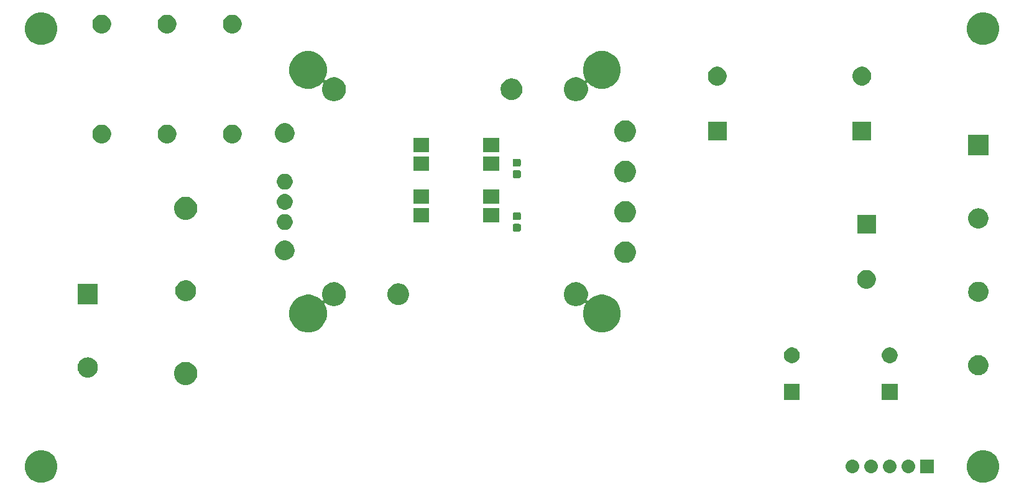
<source format=gbr>
G04 #@! TF.GenerationSoftware,KiCad,Pcbnew,(5.0.2)-1*
G04 #@! TF.CreationDate,2019-02-08T17:58:05-05:00*
G04 #@! TF.ProjectId,DC_DCBoard,44435f44-4342-46f6-9172-642e6b696361,rev?*
G04 #@! TF.SameCoordinates,Original*
G04 #@! TF.FileFunction,Soldermask,Bot*
G04 #@! TF.FilePolarity,Negative*
%FSLAX46Y46*%
G04 Gerber Fmt 4.6, Leading zero omitted, Abs format (unit mm)*
G04 Created by KiCad (PCBNEW (5.0.2)-1) date 2/8/2019 5:58:05 PM*
%MOMM*%
%LPD*%
G01*
G04 APERTURE LIST*
%ADD10C,0.100000*%
G04 APERTURE END LIST*
D10*
G36*
X190145466Y-129230974D02*
X190514359Y-129304351D01*
X190919501Y-129472167D01*
X191284120Y-129715797D01*
X191594203Y-130025880D01*
X191837833Y-130390499D01*
X192005649Y-130795641D01*
X192091200Y-131225738D01*
X192091200Y-131664262D01*
X192005649Y-132094359D01*
X191837833Y-132499501D01*
X191594203Y-132864120D01*
X191284120Y-133174203D01*
X190919501Y-133417833D01*
X190514359Y-133585649D01*
X190145466Y-133659026D01*
X190084263Y-133671200D01*
X189645737Y-133671200D01*
X189584534Y-133659026D01*
X189215641Y-133585649D01*
X188810499Y-133417833D01*
X188445880Y-133174203D01*
X188135797Y-132864120D01*
X187892167Y-132499501D01*
X187724351Y-132094359D01*
X187638800Y-131664262D01*
X187638800Y-131225738D01*
X187724351Y-130795641D01*
X187892167Y-130390499D01*
X188135797Y-130025880D01*
X188445880Y-129715797D01*
X188810499Y-129472167D01*
X189215641Y-129304351D01*
X189584534Y-129230974D01*
X189645737Y-129218800D01*
X190084263Y-129218800D01*
X190145466Y-129230974D01*
X190145466Y-129230974D01*
G37*
G36*
X61875466Y-129230974D02*
X62244359Y-129304351D01*
X62649501Y-129472167D01*
X63014120Y-129715797D01*
X63324203Y-130025880D01*
X63567833Y-130390499D01*
X63735649Y-130795641D01*
X63821200Y-131225738D01*
X63821200Y-131664262D01*
X63735649Y-132094359D01*
X63567833Y-132499501D01*
X63324203Y-132864120D01*
X63014120Y-133174203D01*
X62649501Y-133417833D01*
X62244359Y-133585649D01*
X61875466Y-133659026D01*
X61814263Y-133671200D01*
X61375737Y-133671200D01*
X61314534Y-133659026D01*
X60945641Y-133585649D01*
X60540499Y-133417833D01*
X60175880Y-133174203D01*
X59865797Y-132864120D01*
X59622167Y-132499501D01*
X59454351Y-132094359D01*
X59368800Y-131664262D01*
X59368800Y-131225738D01*
X59454351Y-130795641D01*
X59622167Y-130390499D01*
X59865797Y-130025880D01*
X60175880Y-129715797D01*
X60540499Y-129472167D01*
X60945641Y-129304351D01*
X61314534Y-129230974D01*
X61375737Y-129218800D01*
X61814263Y-129218800D01*
X61875466Y-129230974D01*
X61875466Y-129230974D01*
G37*
G36*
X183171200Y-132371200D02*
X181318800Y-132371200D01*
X181318800Y-130518800D01*
X183171200Y-130518800D01*
X183171200Y-132371200D01*
X183171200Y-132371200D01*
G37*
G36*
X179886563Y-130532201D02*
X179886566Y-130532202D01*
X179886567Y-130532202D01*
X180061156Y-130585163D01*
X180061158Y-130585164D01*
X180061161Y-130585165D01*
X180222059Y-130671166D01*
X180363091Y-130786909D01*
X180478834Y-130927941D01*
X180564835Y-131088839D01*
X180617799Y-131263437D01*
X180635681Y-131445000D01*
X180617799Y-131626563D01*
X180564835Y-131801161D01*
X180478834Y-131962059D01*
X180363091Y-132103091D01*
X180222059Y-132218834D01*
X180061161Y-132304835D01*
X180061158Y-132304836D01*
X180061156Y-132304837D01*
X179886567Y-132357798D01*
X179886566Y-132357798D01*
X179886563Y-132357799D01*
X179750500Y-132371200D01*
X179659500Y-132371200D01*
X179523437Y-132357799D01*
X179523434Y-132357798D01*
X179523433Y-132357798D01*
X179348844Y-132304837D01*
X179348842Y-132304836D01*
X179348839Y-132304835D01*
X179187941Y-132218834D01*
X179046909Y-132103091D01*
X178931166Y-131962059D01*
X178845165Y-131801161D01*
X178792201Y-131626563D01*
X178774319Y-131445000D01*
X178792201Y-131263437D01*
X178845165Y-131088839D01*
X178931166Y-130927941D01*
X179046909Y-130786909D01*
X179187941Y-130671166D01*
X179348839Y-130585165D01*
X179348842Y-130585164D01*
X179348844Y-130585163D01*
X179523433Y-130532202D01*
X179523434Y-130532202D01*
X179523437Y-130532201D01*
X179659500Y-130518800D01*
X179750500Y-130518800D01*
X179886563Y-130532201D01*
X179886563Y-130532201D01*
G37*
G36*
X174806563Y-130532201D02*
X174806566Y-130532202D01*
X174806567Y-130532202D01*
X174981156Y-130585163D01*
X174981158Y-130585164D01*
X174981161Y-130585165D01*
X175142059Y-130671166D01*
X175283091Y-130786909D01*
X175398834Y-130927941D01*
X175484835Y-131088839D01*
X175537799Y-131263437D01*
X175555681Y-131445000D01*
X175537799Y-131626563D01*
X175484835Y-131801161D01*
X175398834Y-131962059D01*
X175283091Y-132103091D01*
X175142059Y-132218834D01*
X174981161Y-132304835D01*
X174981158Y-132304836D01*
X174981156Y-132304837D01*
X174806567Y-132357798D01*
X174806566Y-132357798D01*
X174806563Y-132357799D01*
X174670500Y-132371200D01*
X174579500Y-132371200D01*
X174443437Y-132357799D01*
X174443434Y-132357798D01*
X174443433Y-132357798D01*
X174268844Y-132304837D01*
X174268842Y-132304836D01*
X174268839Y-132304835D01*
X174107941Y-132218834D01*
X173966909Y-132103091D01*
X173851166Y-131962059D01*
X173765165Y-131801161D01*
X173712201Y-131626563D01*
X173694319Y-131445000D01*
X173712201Y-131263437D01*
X173765165Y-131088839D01*
X173851166Y-130927941D01*
X173966909Y-130786909D01*
X174107941Y-130671166D01*
X174268839Y-130585165D01*
X174268842Y-130585164D01*
X174268844Y-130585163D01*
X174443433Y-130532202D01*
X174443434Y-130532202D01*
X174443437Y-130532201D01*
X174579500Y-130518800D01*
X174670500Y-130518800D01*
X174806563Y-130532201D01*
X174806563Y-130532201D01*
G37*
G36*
X172266563Y-130532201D02*
X172266566Y-130532202D01*
X172266567Y-130532202D01*
X172441156Y-130585163D01*
X172441158Y-130585164D01*
X172441161Y-130585165D01*
X172602059Y-130671166D01*
X172743091Y-130786909D01*
X172858834Y-130927941D01*
X172944835Y-131088839D01*
X172997799Y-131263437D01*
X173015681Y-131445000D01*
X172997799Y-131626563D01*
X172944835Y-131801161D01*
X172858834Y-131962059D01*
X172743091Y-132103091D01*
X172602059Y-132218834D01*
X172441161Y-132304835D01*
X172441158Y-132304836D01*
X172441156Y-132304837D01*
X172266567Y-132357798D01*
X172266566Y-132357798D01*
X172266563Y-132357799D01*
X172130500Y-132371200D01*
X172039500Y-132371200D01*
X171903437Y-132357799D01*
X171903434Y-132357798D01*
X171903433Y-132357798D01*
X171728844Y-132304837D01*
X171728842Y-132304836D01*
X171728839Y-132304835D01*
X171567941Y-132218834D01*
X171426909Y-132103091D01*
X171311166Y-131962059D01*
X171225165Y-131801161D01*
X171172201Y-131626563D01*
X171154319Y-131445000D01*
X171172201Y-131263437D01*
X171225165Y-131088839D01*
X171311166Y-130927941D01*
X171426909Y-130786909D01*
X171567941Y-130671166D01*
X171728839Y-130585165D01*
X171728842Y-130585164D01*
X171728844Y-130585163D01*
X171903433Y-130532202D01*
X171903434Y-130532202D01*
X171903437Y-130532201D01*
X172039500Y-130518800D01*
X172130500Y-130518800D01*
X172266563Y-130532201D01*
X172266563Y-130532201D01*
G37*
G36*
X177346563Y-130532201D02*
X177346566Y-130532202D01*
X177346567Y-130532202D01*
X177521156Y-130585163D01*
X177521158Y-130585164D01*
X177521161Y-130585165D01*
X177682059Y-130671166D01*
X177823091Y-130786909D01*
X177938834Y-130927941D01*
X178024835Y-131088839D01*
X178077799Y-131263437D01*
X178095681Y-131445000D01*
X178077799Y-131626563D01*
X178024835Y-131801161D01*
X177938834Y-131962059D01*
X177823091Y-132103091D01*
X177682059Y-132218834D01*
X177521161Y-132304835D01*
X177521158Y-132304836D01*
X177521156Y-132304837D01*
X177346567Y-132357798D01*
X177346566Y-132357798D01*
X177346563Y-132357799D01*
X177210500Y-132371200D01*
X177119500Y-132371200D01*
X176983437Y-132357799D01*
X176983434Y-132357798D01*
X176983433Y-132357798D01*
X176808844Y-132304837D01*
X176808842Y-132304836D01*
X176808839Y-132304835D01*
X176647941Y-132218834D01*
X176506909Y-132103091D01*
X176391166Y-131962059D01*
X176305165Y-131801161D01*
X176252201Y-131626563D01*
X176234319Y-131445000D01*
X176252201Y-131263437D01*
X176305165Y-131088839D01*
X176391166Y-130927941D01*
X176506909Y-130786909D01*
X176647941Y-130671166D01*
X176808839Y-130585165D01*
X176808842Y-130585164D01*
X176808844Y-130585163D01*
X176983433Y-130532202D01*
X176983434Y-130532202D01*
X176983437Y-130532201D01*
X177119500Y-130518800D01*
X177210500Y-130518800D01*
X177346563Y-130532201D01*
X177346563Y-130532201D01*
G37*
G36*
X178241200Y-122361200D02*
X176088800Y-122361200D01*
X176088800Y-120208800D01*
X178241200Y-120208800D01*
X178241200Y-122361200D01*
X178241200Y-122361200D01*
G37*
G36*
X164906200Y-122361200D02*
X162753800Y-122361200D01*
X162753800Y-120208800D01*
X164906200Y-120208800D01*
X164906200Y-122361200D01*
X164906200Y-122361200D01*
G37*
G36*
X81485765Y-117178850D02*
X81739761Y-117229372D01*
X82026611Y-117348189D01*
X82284769Y-117520685D01*
X82504315Y-117740231D01*
X82676811Y-117998389D01*
X82795628Y-118285239D01*
X82856200Y-118589758D01*
X82856200Y-118900242D01*
X82795628Y-119204761D01*
X82676811Y-119491611D01*
X82504315Y-119749769D01*
X82284769Y-119969315D01*
X82026611Y-120141811D01*
X81739761Y-120260628D01*
X81485765Y-120311150D01*
X81435243Y-120321200D01*
X81124757Y-120321200D01*
X81074235Y-120311150D01*
X80820239Y-120260628D01*
X80533389Y-120141811D01*
X80275231Y-119969315D01*
X80055685Y-119749769D01*
X79883189Y-119491611D01*
X79764372Y-119204761D01*
X79703800Y-118900242D01*
X79703800Y-118589758D01*
X79764372Y-118285239D01*
X79883189Y-117998389D01*
X80055685Y-117740231D01*
X80275231Y-117520685D01*
X80533389Y-117348189D01*
X80820239Y-117229372D01*
X81074235Y-117178850D01*
X81124757Y-117168800D01*
X81435243Y-117168800D01*
X81485765Y-117178850D01*
X81485765Y-117178850D01*
G37*
G36*
X68147014Y-116587021D02*
X68346423Y-116626686D01*
X68596875Y-116730427D01*
X68693175Y-116794773D01*
X68822279Y-116881038D01*
X69013962Y-117072721D01*
X69013964Y-117072724D01*
X69164573Y-117298125D01*
X69268314Y-117548577D01*
X69321200Y-117814456D01*
X69321200Y-118085544D01*
X69268314Y-118351423D01*
X69164573Y-118601875D01*
X69164572Y-118601876D01*
X69013962Y-118827279D01*
X68822279Y-119018962D01*
X68822276Y-119018964D01*
X68596875Y-119169573D01*
X68346423Y-119273314D01*
X68147014Y-119312978D01*
X68080545Y-119326200D01*
X67809455Y-119326200D01*
X67742986Y-119312978D01*
X67543577Y-119273314D01*
X67293125Y-119169573D01*
X67067724Y-119018964D01*
X67067721Y-119018962D01*
X66876038Y-118827279D01*
X66725428Y-118601876D01*
X66725427Y-118601875D01*
X66621686Y-118351423D01*
X66568800Y-118085544D01*
X66568800Y-117814456D01*
X66621686Y-117548577D01*
X66725427Y-117298125D01*
X66876036Y-117072724D01*
X66876038Y-117072721D01*
X67067721Y-116881038D01*
X67196825Y-116794773D01*
X67293125Y-116730427D01*
X67543577Y-116626686D01*
X67742986Y-116587021D01*
X67809455Y-116573800D01*
X68080545Y-116573800D01*
X68147014Y-116587021D01*
X68147014Y-116587021D01*
G37*
G36*
X189432014Y-116267021D02*
X189631423Y-116306686D01*
X189881875Y-116410427D01*
X189881876Y-116410428D01*
X190107279Y-116561038D01*
X190298962Y-116752721D01*
X190298964Y-116752724D01*
X190449573Y-116978125D01*
X190553314Y-117228577D01*
X190606200Y-117494456D01*
X190606200Y-117765544D01*
X190553314Y-118031423D01*
X190449573Y-118281875D01*
X190449572Y-118281876D01*
X190298962Y-118507279D01*
X190107279Y-118698962D01*
X190107276Y-118698964D01*
X189881875Y-118849573D01*
X189631423Y-118953314D01*
X189432014Y-118992979D01*
X189365545Y-119006200D01*
X189094455Y-119006200D01*
X189027986Y-118992979D01*
X188828577Y-118953314D01*
X188578125Y-118849573D01*
X188352724Y-118698964D01*
X188352721Y-118698962D01*
X188161038Y-118507279D01*
X188010428Y-118281876D01*
X188010427Y-118281875D01*
X187906686Y-118031423D01*
X187853800Y-117765544D01*
X187853800Y-117494456D01*
X187906686Y-117228577D01*
X188010427Y-116978125D01*
X188161036Y-116752724D01*
X188161038Y-116752721D01*
X188352721Y-116561038D01*
X188578124Y-116410428D01*
X188578125Y-116410427D01*
X188828577Y-116306686D01*
X189027986Y-116267021D01*
X189094455Y-116253800D01*
X189365545Y-116253800D01*
X189432014Y-116267021D01*
X189432014Y-116267021D01*
G37*
G36*
X177478916Y-115250158D02*
X177674773Y-115331284D01*
X177851038Y-115449061D01*
X178000939Y-115598962D01*
X178118716Y-115775227D01*
X178199842Y-115971084D01*
X178241200Y-116179003D01*
X178241200Y-116390997D01*
X178199842Y-116598916D01*
X178118716Y-116794773D01*
X178000939Y-116971038D01*
X177851038Y-117120939D01*
X177674773Y-117238716D01*
X177478916Y-117319842D01*
X177270997Y-117361200D01*
X177059003Y-117361200D01*
X176851084Y-117319842D01*
X176655227Y-117238716D01*
X176478962Y-117120939D01*
X176329061Y-116971038D01*
X176211284Y-116794773D01*
X176130158Y-116598916D01*
X176088800Y-116390997D01*
X176088800Y-116179003D01*
X176130158Y-115971084D01*
X176211284Y-115775227D01*
X176329061Y-115598962D01*
X176478962Y-115449061D01*
X176655227Y-115331284D01*
X176851084Y-115250158D01*
X177059003Y-115208800D01*
X177270997Y-115208800D01*
X177478916Y-115250158D01*
X177478916Y-115250158D01*
G37*
G36*
X164143916Y-115250158D02*
X164339773Y-115331284D01*
X164516038Y-115449061D01*
X164665939Y-115598962D01*
X164783716Y-115775227D01*
X164864842Y-115971084D01*
X164906200Y-116179003D01*
X164906200Y-116390997D01*
X164864842Y-116598916D01*
X164783716Y-116794773D01*
X164665939Y-116971038D01*
X164516038Y-117120939D01*
X164339773Y-117238716D01*
X164143916Y-117319842D01*
X163935997Y-117361200D01*
X163724003Y-117361200D01*
X163516084Y-117319842D01*
X163320227Y-117238716D01*
X163143962Y-117120939D01*
X162994061Y-116971038D01*
X162876284Y-116794773D01*
X162795158Y-116598916D01*
X162753800Y-116390997D01*
X162753800Y-116179003D01*
X162795158Y-115971084D01*
X162876284Y-115775227D01*
X162994061Y-115598962D01*
X163143962Y-115449061D01*
X163320227Y-115331284D01*
X163516084Y-115250158D01*
X163724003Y-115208800D01*
X163935997Y-115208800D01*
X164143916Y-115250158D01*
X164143916Y-115250158D01*
G37*
G36*
X134742256Y-106355047D02*
X134899345Y-106386294D01*
X134957609Y-106410428D01*
X135195293Y-106508880D01*
X135461645Y-106686850D01*
X135688150Y-106913355D01*
X135866120Y-107179707D01*
X135937929Y-107353069D01*
X135988706Y-107475655D01*
X135992446Y-107494456D01*
X136051200Y-107789832D01*
X136051200Y-108110168D01*
X135988706Y-108424344D01*
X135885732Y-108672946D01*
X135878619Y-108696395D01*
X135876217Y-108720781D01*
X135878619Y-108745167D01*
X135885732Y-108768616D01*
X135897283Y-108790227D01*
X135912829Y-108809169D01*
X135931771Y-108824715D01*
X135953382Y-108836266D01*
X135976831Y-108843379D01*
X136001217Y-108845781D01*
X136025603Y-108843379D01*
X136049052Y-108836266D01*
X136070663Y-108824715D01*
X136089605Y-108809169D01*
X136315956Y-108582818D01*
X136737080Y-108301432D01*
X136737081Y-108301431D01*
X137205009Y-108107609D01*
X137701757Y-108008800D01*
X138208243Y-108008800D01*
X138704991Y-108107609D01*
X139172919Y-108301431D01*
X139172920Y-108301432D01*
X139594044Y-108582818D01*
X139952182Y-108940956D01*
X140139773Y-109221705D01*
X140233569Y-109362081D01*
X140427391Y-109830009D01*
X140526200Y-110326757D01*
X140526200Y-110833243D01*
X140427391Y-111329991D01*
X140233569Y-111797919D01*
X140233568Y-111797920D01*
X139952182Y-112219044D01*
X139594044Y-112577182D01*
X139313295Y-112764773D01*
X139172919Y-112858569D01*
X138704991Y-113052391D01*
X138208243Y-113151200D01*
X137701757Y-113151200D01*
X137205009Y-113052391D01*
X136737081Y-112858569D01*
X136596705Y-112764773D01*
X136315956Y-112577182D01*
X135957818Y-112219044D01*
X135676432Y-111797920D01*
X135676431Y-111797919D01*
X135482609Y-111329991D01*
X135383800Y-110833243D01*
X135383800Y-110326757D01*
X135482609Y-109830009D01*
X135676431Y-109362081D01*
X135703738Y-109321213D01*
X135715289Y-109299603D01*
X135722402Y-109276153D01*
X135724804Y-109251767D01*
X135722402Y-109227381D01*
X135715289Y-109203932D01*
X135703738Y-109182321D01*
X135688192Y-109163379D01*
X135669250Y-109147833D01*
X135647640Y-109136282D01*
X135624190Y-109129169D01*
X135599804Y-109126767D01*
X135575418Y-109129169D01*
X135551969Y-109136282D01*
X135530358Y-109147833D01*
X135511416Y-109163379D01*
X135461645Y-109213150D01*
X135195293Y-109391120D01*
X135122673Y-109421200D01*
X134899345Y-109513706D01*
X134742256Y-109544953D01*
X134585168Y-109576200D01*
X134264832Y-109576200D01*
X134107744Y-109544953D01*
X133950655Y-109513706D01*
X133727327Y-109421200D01*
X133654707Y-109391120D01*
X133388355Y-109213150D01*
X133161850Y-108986645D01*
X132983880Y-108720293D01*
X132895647Y-108507279D01*
X132861294Y-108424345D01*
X132810813Y-108170559D01*
X132798800Y-108110168D01*
X132798800Y-107789832D01*
X132857554Y-107494456D01*
X132861294Y-107475655D01*
X132912071Y-107353069D01*
X132983880Y-107179707D01*
X133161850Y-106913355D01*
X133388355Y-106686850D01*
X133654707Y-106508880D01*
X133892391Y-106410428D01*
X133950655Y-106386294D01*
X134107744Y-106355047D01*
X134264832Y-106323800D01*
X134585168Y-106323800D01*
X134742256Y-106355047D01*
X134742256Y-106355047D01*
G37*
G36*
X101802256Y-106355047D02*
X101959345Y-106386294D01*
X102017609Y-106410428D01*
X102255293Y-106508880D01*
X102521645Y-106686850D01*
X102748150Y-106913355D01*
X102926120Y-107179707D01*
X102997929Y-107353069D01*
X103048706Y-107475655D01*
X103052446Y-107494456D01*
X103111200Y-107789832D01*
X103111200Y-108110168D01*
X103099187Y-108170559D01*
X103048706Y-108424345D01*
X103014353Y-108507279D01*
X102926120Y-108720293D01*
X102748150Y-108986645D01*
X102521645Y-109213150D01*
X102255293Y-109391120D01*
X102182673Y-109421200D01*
X101959345Y-109513706D01*
X101802256Y-109544953D01*
X101645168Y-109576200D01*
X101324832Y-109576200D01*
X101167744Y-109544953D01*
X101010655Y-109513706D01*
X100787327Y-109421200D01*
X100714707Y-109391120D01*
X100448355Y-109213150D01*
X100398584Y-109163379D01*
X100379642Y-109147833D01*
X100358031Y-109136282D01*
X100334582Y-109129169D01*
X100310196Y-109126767D01*
X100285810Y-109129169D01*
X100262361Y-109136282D01*
X100240750Y-109147833D01*
X100221808Y-109163379D01*
X100206262Y-109182321D01*
X100194711Y-109203932D01*
X100187598Y-109227381D01*
X100185196Y-109251767D01*
X100187598Y-109276153D01*
X100194711Y-109299602D01*
X100206262Y-109321213D01*
X100233569Y-109362081D01*
X100427391Y-109830009D01*
X100526200Y-110326757D01*
X100526200Y-110833243D01*
X100427391Y-111329991D01*
X100233569Y-111797919D01*
X100233568Y-111797920D01*
X99952182Y-112219044D01*
X99594044Y-112577182D01*
X99313295Y-112764773D01*
X99172919Y-112858569D01*
X98704991Y-113052391D01*
X98208243Y-113151200D01*
X97701757Y-113151200D01*
X97205009Y-113052391D01*
X96737081Y-112858569D01*
X96596705Y-112764773D01*
X96315956Y-112577182D01*
X95957818Y-112219044D01*
X95676432Y-111797920D01*
X95676431Y-111797919D01*
X95482609Y-111329991D01*
X95383800Y-110833243D01*
X95383800Y-110326757D01*
X95482609Y-109830009D01*
X95676431Y-109362081D01*
X95770227Y-109221705D01*
X95957818Y-108940956D01*
X96315956Y-108582818D01*
X96737080Y-108301432D01*
X96737081Y-108301431D01*
X97205009Y-108107609D01*
X97701757Y-108008800D01*
X98208243Y-108008800D01*
X98704991Y-108107609D01*
X99172919Y-108301431D01*
X99172920Y-108301432D01*
X99594044Y-108582818D01*
X99820395Y-108809169D01*
X99839337Y-108824715D01*
X99860948Y-108836266D01*
X99884397Y-108843379D01*
X99908783Y-108845781D01*
X99933169Y-108843379D01*
X99956618Y-108836266D01*
X99978229Y-108824715D01*
X99997171Y-108809169D01*
X100012717Y-108790227D01*
X100024268Y-108768616D01*
X100031381Y-108745167D01*
X100033783Y-108720781D01*
X100031381Y-108696395D01*
X100024268Y-108672946D01*
X99921294Y-108424344D01*
X99858800Y-108110168D01*
X99858800Y-107789832D01*
X99917554Y-107494456D01*
X99921294Y-107475655D01*
X99972071Y-107353069D01*
X100043880Y-107179707D01*
X100221850Y-106913355D01*
X100448355Y-106686850D01*
X100714707Y-106508880D01*
X100952391Y-106410428D01*
X101010655Y-106386294D01*
X101167744Y-106355047D01*
X101324832Y-106323800D01*
X101645168Y-106323800D01*
X101802256Y-106355047D01*
X101802256Y-106355047D01*
G37*
G36*
X110532017Y-106507069D02*
X110674133Y-106535337D01*
X110941875Y-106646239D01*
X111182836Y-106807244D01*
X111387756Y-107012164D01*
X111548761Y-107253125D01*
X111648723Y-107494456D01*
X111659663Y-107520868D01*
X111716200Y-107805098D01*
X111716200Y-108094902D01*
X111713163Y-108110168D01*
X111659663Y-108379133D01*
X111548761Y-108646875D01*
X111387756Y-108887836D01*
X111182836Y-109092756D01*
X110941875Y-109253761D01*
X110674133Y-109364663D01*
X110541129Y-109391119D01*
X110389902Y-109421200D01*
X110100098Y-109421200D01*
X109948871Y-109391119D01*
X109815867Y-109364663D01*
X109548125Y-109253761D01*
X109307164Y-109092756D01*
X109102244Y-108887836D01*
X108941239Y-108646875D01*
X108830337Y-108379133D01*
X108776837Y-108110168D01*
X108773800Y-108094902D01*
X108773800Y-107805098D01*
X108830337Y-107520868D01*
X108841277Y-107494456D01*
X108941239Y-107253125D01*
X109102244Y-107012164D01*
X109307164Y-106807244D01*
X109548125Y-106646239D01*
X109815867Y-106535337D01*
X109957983Y-106507069D01*
X110100098Y-106478800D01*
X110389902Y-106478800D01*
X110532017Y-106507069D01*
X110532017Y-106507069D01*
G37*
G36*
X69321200Y-109326200D02*
X66568800Y-109326200D01*
X66568800Y-106573800D01*
X69321200Y-106573800D01*
X69321200Y-109326200D01*
X69321200Y-109326200D01*
G37*
G36*
X189432014Y-106267021D02*
X189631423Y-106306686D01*
X189881875Y-106410427D01*
X189881876Y-106410428D01*
X190107279Y-106561038D01*
X190298962Y-106752721D01*
X190298964Y-106752724D01*
X190449573Y-106978125D01*
X190553314Y-107228577D01*
X190592979Y-107427986D01*
X190602461Y-107475656D01*
X190606200Y-107494456D01*
X190606200Y-107765544D01*
X190553314Y-108031423D01*
X190449573Y-108281875D01*
X190384587Y-108379133D01*
X190298962Y-108507279D01*
X190107279Y-108698962D01*
X190107276Y-108698964D01*
X189881875Y-108849573D01*
X189631423Y-108953314D01*
X189432014Y-108992979D01*
X189365545Y-109006200D01*
X189094455Y-109006200D01*
X189027986Y-108992979D01*
X188828577Y-108953314D01*
X188578125Y-108849573D01*
X188352724Y-108698964D01*
X188352721Y-108698962D01*
X188161038Y-108507279D01*
X188075413Y-108379133D01*
X188010427Y-108281875D01*
X187906686Y-108031423D01*
X187853800Y-107765544D01*
X187853800Y-107494456D01*
X187857540Y-107475656D01*
X187867021Y-107427986D01*
X187906686Y-107228577D01*
X188010427Y-106978125D01*
X188161036Y-106752724D01*
X188161038Y-106752721D01*
X188352721Y-106561038D01*
X188578124Y-106410428D01*
X188578125Y-106410427D01*
X188828577Y-106306686D01*
X189027986Y-106267021D01*
X189094455Y-106253800D01*
X189365545Y-106253800D01*
X189432014Y-106267021D01*
X189432014Y-106267021D01*
G37*
G36*
X81696006Y-106123607D02*
X81955558Y-106231117D01*
X82189153Y-106387200D01*
X82387800Y-106585847D01*
X82543883Y-106819442D01*
X82651393Y-107078994D01*
X82706200Y-107354530D01*
X82706200Y-107635470D01*
X82651393Y-107911006D01*
X82543883Y-108170558D01*
X82387800Y-108404153D01*
X82189153Y-108602800D01*
X81955558Y-108758883D01*
X81696006Y-108866393D01*
X81420470Y-108921200D01*
X81139530Y-108921200D01*
X80863994Y-108866393D01*
X80604442Y-108758883D01*
X80370847Y-108602800D01*
X80172200Y-108404153D01*
X80016117Y-108170558D01*
X79908607Y-107911006D01*
X79853800Y-107635470D01*
X79853800Y-107354530D01*
X79908607Y-107078994D01*
X80016117Y-106819442D01*
X80172200Y-106585847D01*
X80370847Y-106387200D01*
X80604442Y-106231117D01*
X80863994Y-106123607D01*
X81139530Y-106068800D01*
X81420470Y-106068800D01*
X81696006Y-106123607D01*
X81696006Y-106123607D01*
G37*
G36*
X174362254Y-104697843D02*
X174594506Y-104794045D01*
X174803532Y-104933712D01*
X174981288Y-105111468D01*
X175120955Y-105320494D01*
X175217157Y-105552746D01*
X175266200Y-105799304D01*
X175266200Y-106050696D01*
X175217157Y-106297254D01*
X175120955Y-106529506D01*
X174981288Y-106738532D01*
X174803532Y-106916288D01*
X174594506Y-107055955D01*
X174362254Y-107152157D01*
X174115696Y-107201200D01*
X173864304Y-107201200D01*
X173617746Y-107152157D01*
X173385494Y-107055955D01*
X173176468Y-106916288D01*
X172998712Y-106738532D01*
X172859045Y-106529506D01*
X172762843Y-106297254D01*
X172713800Y-106050696D01*
X172713800Y-105799304D01*
X172762843Y-105552746D01*
X172859045Y-105320494D01*
X172998712Y-105111468D01*
X173176468Y-104933712D01*
X173385494Y-104794045D01*
X173617746Y-104697843D01*
X173864304Y-104648800D01*
X174115696Y-104648800D01*
X174362254Y-104697843D01*
X174362254Y-104697843D01*
G37*
G36*
X141432017Y-100787068D02*
X141574133Y-100815337D01*
X141841875Y-100926239D01*
X142082836Y-101087244D01*
X142287756Y-101292164D01*
X142448761Y-101533125D01*
X142559663Y-101800867D01*
X142616200Y-102085099D01*
X142616200Y-102374901D01*
X142559663Y-102659133D01*
X142448761Y-102926875D01*
X142287756Y-103167836D01*
X142082836Y-103372756D01*
X141841875Y-103533761D01*
X141574133Y-103644663D01*
X141432017Y-103672931D01*
X141289902Y-103701200D01*
X141000098Y-103701200D01*
X140857983Y-103672931D01*
X140715867Y-103644663D01*
X140448125Y-103533761D01*
X140207164Y-103372756D01*
X140002244Y-103167836D01*
X139841239Y-102926875D01*
X139730337Y-102659133D01*
X139673800Y-102374901D01*
X139673800Y-102085099D01*
X139730337Y-101800867D01*
X139841239Y-101533125D01*
X140002244Y-101292164D01*
X140207164Y-101087244D01*
X140448125Y-100926239D01*
X140715867Y-100815337D01*
X140857983Y-100787068D01*
X141000098Y-100758800D01*
X141289902Y-100758800D01*
X141432017Y-100787068D01*
X141432017Y-100787068D01*
G37*
G36*
X95156214Y-100690342D02*
X95400296Y-100791444D01*
X95619968Y-100938224D01*
X95806776Y-101125032D01*
X95953556Y-101344704D01*
X96054658Y-101588786D01*
X96106200Y-101847903D01*
X96106200Y-102112097D01*
X96054658Y-102371214D01*
X95953556Y-102615296D01*
X95806776Y-102834968D01*
X95619968Y-103021776D01*
X95400296Y-103168556D01*
X95156214Y-103269658D01*
X94897097Y-103321200D01*
X94632903Y-103321200D01*
X94373786Y-103269658D01*
X94129704Y-103168556D01*
X93910032Y-103021776D01*
X93723224Y-102834968D01*
X93576444Y-102615296D01*
X93475342Y-102371214D01*
X93423800Y-102112097D01*
X93423800Y-101847903D01*
X93475342Y-101588786D01*
X93576444Y-101344704D01*
X93723224Y-101125032D01*
X93910032Y-100938224D01*
X94129704Y-100791444D01*
X94373786Y-100690342D01*
X94632903Y-100638800D01*
X94897097Y-100638800D01*
X95156214Y-100690342D01*
X95156214Y-100690342D01*
G37*
G36*
X175266200Y-99701200D02*
X172713800Y-99701200D01*
X172713800Y-97148800D01*
X175266200Y-97148800D01*
X175266200Y-99701200D01*
X175266200Y-99701200D01*
G37*
G36*
X126759649Y-98373127D02*
X126795991Y-98384152D01*
X126829490Y-98402058D01*
X126858849Y-98426151D01*
X126882942Y-98455510D01*
X126900848Y-98489009D01*
X126911873Y-98525351D01*
X126916200Y-98569290D01*
X126916200Y-99195710D01*
X126911873Y-99239649D01*
X126900848Y-99275991D01*
X126882942Y-99309490D01*
X126858849Y-99338849D01*
X126829490Y-99362942D01*
X126795991Y-99380848D01*
X126759649Y-99391873D01*
X126715710Y-99396200D01*
X126014290Y-99396200D01*
X125970351Y-99391873D01*
X125934009Y-99380848D01*
X125900510Y-99362942D01*
X125871151Y-99338849D01*
X125847058Y-99309490D01*
X125829152Y-99275991D01*
X125818127Y-99239649D01*
X125813800Y-99195710D01*
X125813800Y-98569290D01*
X125818127Y-98525351D01*
X125829152Y-98489009D01*
X125847058Y-98455510D01*
X125871151Y-98426151D01*
X125900510Y-98402058D01*
X125934009Y-98384152D01*
X125970351Y-98373127D01*
X126014290Y-98368800D01*
X126715710Y-98368800D01*
X126759649Y-98373127D01*
X126759649Y-98373127D01*
G37*
G36*
X94955922Y-97040497D02*
X95081833Y-97065542D01*
X95279509Y-97147422D01*
X95457412Y-97266293D01*
X95608707Y-97417588D01*
X95727578Y-97595491D01*
X95809458Y-97793167D01*
X95851200Y-98003019D01*
X95851200Y-98216981D01*
X95809458Y-98426833D01*
X95727578Y-98624509D01*
X95608707Y-98802412D01*
X95457412Y-98953707D01*
X95279509Y-99072578D01*
X95081833Y-99154458D01*
X94955922Y-99179503D01*
X94871983Y-99196200D01*
X94658017Y-99196200D01*
X94574078Y-99179503D01*
X94448167Y-99154458D01*
X94250491Y-99072578D01*
X94072588Y-98953707D01*
X93921293Y-98802412D01*
X93802422Y-98624509D01*
X93720542Y-98426833D01*
X93678800Y-98216981D01*
X93678800Y-98003019D01*
X93720542Y-97793167D01*
X93802422Y-97595491D01*
X93921293Y-97417588D01*
X94072588Y-97266293D01*
X94250491Y-97147422D01*
X94448167Y-97065542D01*
X94574078Y-97040497D01*
X94658017Y-97023800D01*
X94871983Y-97023800D01*
X94955922Y-97040497D01*
X94955922Y-97040497D01*
G37*
G36*
X189432014Y-96267021D02*
X189631423Y-96306686D01*
X189881875Y-96410427D01*
X190104232Y-96559002D01*
X190107279Y-96561038D01*
X190298962Y-96752721D01*
X190298964Y-96752724D01*
X190449573Y-96978125D01*
X190553314Y-97228577D01*
X190606200Y-97494456D01*
X190606200Y-97765544D01*
X190553314Y-98031423D01*
X190449573Y-98281875D01*
X190341224Y-98444030D01*
X190298962Y-98507279D01*
X190107279Y-98698962D01*
X190107276Y-98698964D01*
X189881875Y-98849573D01*
X189631423Y-98953314D01*
X189432014Y-98992978D01*
X189365545Y-99006200D01*
X189094455Y-99006200D01*
X189027986Y-98992979D01*
X188828577Y-98953314D01*
X188578125Y-98849573D01*
X188352724Y-98698964D01*
X188352721Y-98698962D01*
X188161038Y-98507279D01*
X188118776Y-98444030D01*
X188010427Y-98281875D01*
X187906686Y-98031423D01*
X187853800Y-97765544D01*
X187853800Y-97494456D01*
X187906686Y-97228577D01*
X188010427Y-96978125D01*
X188161036Y-96752724D01*
X188161038Y-96752721D01*
X188352721Y-96561038D01*
X188355768Y-96559002D01*
X188578125Y-96410427D01*
X188828577Y-96306686D01*
X189027986Y-96267022D01*
X189094455Y-96253800D01*
X189365545Y-96253800D01*
X189432014Y-96267021D01*
X189432014Y-96267021D01*
G37*
G36*
X141432017Y-95287068D02*
X141574133Y-95315337D01*
X141841875Y-95426239D01*
X142082836Y-95587244D01*
X142287756Y-95792164D01*
X142448761Y-96033125D01*
X142559663Y-96300867D01*
X142616200Y-96585099D01*
X142616200Y-96874901D01*
X142559663Y-97159133D01*
X142448761Y-97426875D01*
X142287756Y-97667836D01*
X142082836Y-97872756D01*
X141841875Y-98033761D01*
X141574133Y-98144663D01*
X141432017Y-98172932D01*
X141289902Y-98201200D01*
X141000098Y-98201200D01*
X140857983Y-98172932D01*
X140715867Y-98144663D01*
X140448125Y-98033761D01*
X140207164Y-97872756D01*
X140002244Y-97667836D01*
X139841239Y-97426875D01*
X139730337Y-97159133D01*
X139673800Y-96874901D01*
X139673800Y-96585099D01*
X139730337Y-96300867D01*
X139841239Y-96033125D01*
X140002244Y-95792164D01*
X140207164Y-95587244D01*
X140448125Y-95426239D01*
X140715867Y-95315337D01*
X140857983Y-95287069D01*
X141000098Y-95258800D01*
X141289902Y-95258800D01*
X141432017Y-95287068D01*
X141432017Y-95287068D01*
G37*
G36*
X123951200Y-98121200D02*
X121798800Y-98121200D01*
X121798800Y-96188800D01*
X123951200Y-96188800D01*
X123951200Y-98121200D01*
X123951200Y-98121200D01*
G37*
G36*
X114421200Y-98121200D02*
X112268800Y-98121200D01*
X112268800Y-96188800D01*
X114421200Y-96188800D01*
X114421200Y-98121200D01*
X114421200Y-98121200D01*
G37*
G36*
X81485765Y-94678850D02*
X81739761Y-94729372D01*
X82026611Y-94848189D01*
X82284769Y-95020685D01*
X82504315Y-95240231D01*
X82676811Y-95498389D01*
X82795628Y-95785239D01*
X82846150Y-96039235D01*
X82856200Y-96089757D01*
X82856200Y-96400243D01*
X82854174Y-96410427D01*
X82795628Y-96704761D01*
X82676811Y-96991611D01*
X82504315Y-97249769D01*
X82284769Y-97469315D01*
X82026611Y-97641811D01*
X81739761Y-97760628D01*
X81512422Y-97805848D01*
X81435243Y-97821200D01*
X81124757Y-97821200D01*
X81047578Y-97805848D01*
X80820239Y-97760628D01*
X80533389Y-97641811D01*
X80275231Y-97469315D01*
X80055685Y-97249769D01*
X79883189Y-96991611D01*
X79764372Y-96704761D01*
X79705826Y-96410427D01*
X79703800Y-96400243D01*
X79703800Y-96089757D01*
X79713850Y-96039235D01*
X79764372Y-95785239D01*
X79883189Y-95498389D01*
X80055685Y-95240231D01*
X80275231Y-95020685D01*
X80533389Y-94848189D01*
X80820239Y-94729372D01*
X81074235Y-94678850D01*
X81124757Y-94668800D01*
X81435243Y-94668800D01*
X81485765Y-94678850D01*
X81485765Y-94678850D01*
G37*
G36*
X126759649Y-96798127D02*
X126795991Y-96809152D01*
X126829490Y-96827058D01*
X126858849Y-96851151D01*
X126882942Y-96880510D01*
X126900848Y-96914009D01*
X126911873Y-96950351D01*
X126916200Y-96994290D01*
X126916200Y-97620710D01*
X126911873Y-97664649D01*
X126900848Y-97700991D01*
X126882942Y-97734490D01*
X126858849Y-97763849D01*
X126829490Y-97787942D01*
X126795991Y-97805848D01*
X126759649Y-97816873D01*
X126715710Y-97821200D01*
X126014290Y-97821200D01*
X125970351Y-97816873D01*
X125934009Y-97805848D01*
X125900510Y-97787942D01*
X125871151Y-97763849D01*
X125847058Y-97734490D01*
X125829152Y-97700991D01*
X125818127Y-97664649D01*
X125813800Y-97620710D01*
X125813800Y-96994290D01*
X125818127Y-96950351D01*
X125829152Y-96914009D01*
X125847058Y-96880510D01*
X125871151Y-96851151D01*
X125900510Y-96827058D01*
X125934009Y-96809152D01*
X125970351Y-96798127D01*
X126014290Y-96793800D01*
X126715710Y-96793800D01*
X126759649Y-96798127D01*
X126759649Y-96798127D01*
G37*
G36*
X94955922Y-94290497D02*
X95081833Y-94315542D01*
X95279509Y-94397422D01*
X95457412Y-94516293D01*
X95608707Y-94667588D01*
X95727578Y-94845491D01*
X95809458Y-95043167D01*
X95834503Y-95169078D01*
X95848657Y-95240231D01*
X95851200Y-95253019D01*
X95851200Y-95466981D01*
X95809458Y-95676833D01*
X95727578Y-95874509D01*
X95608707Y-96052412D01*
X95457412Y-96203707D01*
X95279509Y-96322578D01*
X95081833Y-96404458D01*
X94955922Y-96429503D01*
X94871983Y-96446200D01*
X94658017Y-96446200D01*
X94574078Y-96429503D01*
X94448167Y-96404458D01*
X94250491Y-96322578D01*
X94072588Y-96203707D01*
X93921293Y-96052412D01*
X93802422Y-95874509D01*
X93720542Y-95676833D01*
X93678800Y-95466981D01*
X93678800Y-95253019D01*
X93681344Y-95240231D01*
X93695497Y-95169078D01*
X93720542Y-95043167D01*
X93802422Y-94845491D01*
X93921293Y-94667588D01*
X94072588Y-94516293D01*
X94250491Y-94397422D01*
X94448167Y-94315542D01*
X94574078Y-94290497D01*
X94658017Y-94273800D01*
X94871983Y-94273800D01*
X94955922Y-94290497D01*
X94955922Y-94290497D01*
G37*
G36*
X114421200Y-95581200D02*
X112268800Y-95581200D01*
X112268800Y-93648800D01*
X114421200Y-93648800D01*
X114421200Y-95581200D01*
X114421200Y-95581200D01*
G37*
G36*
X123951200Y-95581200D02*
X121798800Y-95581200D01*
X121798800Y-93648800D01*
X123951200Y-93648800D01*
X123951200Y-95581200D01*
X123951200Y-95581200D01*
G37*
G36*
X94955922Y-91530497D02*
X95081833Y-91555542D01*
X95279509Y-91637422D01*
X95457412Y-91756293D01*
X95608707Y-91907588D01*
X95727578Y-92085491D01*
X95809458Y-92283167D01*
X95851200Y-92493019D01*
X95851200Y-92706981D01*
X95809458Y-92916833D01*
X95727578Y-93114509D01*
X95608707Y-93292412D01*
X95457412Y-93443707D01*
X95279509Y-93562578D01*
X95081833Y-93644458D01*
X94955922Y-93669503D01*
X94871983Y-93686200D01*
X94658017Y-93686200D01*
X94574078Y-93669503D01*
X94448167Y-93644458D01*
X94250491Y-93562578D01*
X94072588Y-93443707D01*
X93921293Y-93292412D01*
X93802422Y-93114509D01*
X93720542Y-92916833D01*
X93678800Y-92706981D01*
X93678800Y-92493019D01*
X93720542Y-92283167D01*
X93802422Y-92085491D01*
X93921293Y-91907588D01*
X94072588Y-91756293D01*
X94250491Y-91637422D01*
X94448167Y-91555542D01*
X94574078Y-91530497D01*
X94658017Y-91513800D01*
X94871983Y-91513800D01*
X94955922Y-91530497D01*
X94955922Y-91530497D01*
G37*
G36*
X141432017Y-89787069D02*
X141574133Y-89815337D01*
X141841875Y-89926239D01*
X142082836Y-90087244D01*
X142287756Y-90292164D01*
X142448761Y-90533125D01*
X142559663Y-90800867D01*
X142616200Y-91085099D01*
X142616200Y-91374901D01*
X142559663Y-91659133D01*
X142448761Y-91926875D01*
X142287756Y-92167836D01*
X142082836Y-92372756D01*
X141841875Y-92533761D01*
X141574133Y-92644663D01*
X141432017Y-92672932D01*
X141289902Y-92701200D01*
X141000098Y-92701200D01*
X140857983Y-92672932D01*
X140715867Y-92644663D01*
X140448125Y-92533761D01*
X140207164Y-92372756D01*
X140002244Y-92167836D01*
X139841239Y-91926875D01*
X139730337Y-91659133D01*
X139673800Y-91374901D01*
X139673800Y-91085099D01*
X139730337Y-90800867D01*
X139841239Y-90533125D01*
X140002244Y-90292164D01*
X140207164Y-90087244D01*
X140448125Y-89926239D01*
X140715867Y-89815337D01*
X140857983Y-89787069D01*
X141000098Y-89758800D01*
X141289902Y-89758800D01*
X141432017Y-89787069D01*
X141432017Y-89787069D01*
G37*
G36*
X126759649Y-91083127D02*
X126795991Y-91094152D01*
X126829490Y-91112058D01*
X126858849Y-91136151D01*
X126882942Y-91165510D01*
X126900848Y-91199009D01*
X126911873Y-91235351D01*
X126916200Y-91279290D01*
X126916200Y-91905710D01*
X126911873Y-91949649D01*
X126900848Y-91985991D01*
X126882942Y-92019490D01*
X126858849Y-92048849D01*
X126829490Y-92072942D01*
X126795991Y-92090848D01*
X126759649Y-92101873D01*
X126715710Y-92106200D01*
X126014290Y-92106200D01*
X125970351Y-92101873D01*
X125934009Y-92090848D01*
X125900510Y-92072942D01*
X125871151Y-92048849D01*
X125847058Y-92019490D01*
X125829152Y-91985991D01*
X125818127Y-91949649D01*
X125813800Y-91905710D01*
X125813800Y-91279290D01*
X125818127Y-91235351D01*
X125829152Y-91199009D01*
X125847058Y-91165510D01*
X125871151Y-91136151D01*
X125900510Y-91112058D01*
X125934009Y-91094152D01*
X125970351Y-91083127D01*
X126014290Y-91078800D01*
X126715710Y-91078800D01*
X126759649Y-91083127D01*
X126759649Y-91083127D01*
G37*
G36*
X114421200Y-91136200D02*
X112268800Y-91136200D01*
X112268800Y-89203800D01*
X114421200Y-89203800D01*
X114421200Y-91136200D01*
X114421200Y-91136200D01*
G37*
G36*
X123951200Y-91136200D02*
X121798800Y-91136200D01*
X121798800Y-89203800D01*
X123951200Y-89203800D01*
X123951200Y-91136200D01*
X123951200Y-91136200D01*
G37*
G36*
X126759649Y-89508127D02*
X126795991Y-89519152D01*
X126829490Y-89537058D01*
X126858849Y-89561151D01*
X126882942Y-89590510D01*
X126900848Y-89624009D01*
X126911873Y-89660351D01*
X126916200Y-89704290D01*
X126916200Y-90330710D01*
X126911873Y-90374649D01*
X126900848Y-90410991D01*
X126882942Y-90444490D01*
X126858849Y-90473849D01*
X126829490Y-90497942D01*
X126795991Y-90515848D01*
X126759649Y-90526873D01*
X126715710Y-90531200D01*
X126014290Y-90531200D01*
X125970351Y-90526873D01*
X125934009Y-90515848D01*
X125900510Y-90497942D01*
X125871151Y-90473849D01*
X125847058Y-90444490D01*
X125829152Y-90410991D01*
X125818127Y-90374649D01*
X125813800Y-90330710D01*
X125813800Y-89704290D01*
X125818127Y-89660351D01*
X125829152Y-89624009D01*
X125847058Y-89590510D01*
X125871151Y-89561151D01*
X125900510Y-89537058D01*
X125934009Y-89519152D01*
X125970351Y-89508127D01*
X126014290Y-89503800D01*
X126715710Y-89503800D01*
X126759649Y-89508127D01*
X126759649Y-89508127D01*
G37*
G36*
X190606200Y-89006200D02*
X187853800Y-89006200D01*
X187853800Y-86253800D01*
X190606200Y-86253800D01*
X190606200Y-89006200D01*
X190606200Y-89006200D01*
G37*
G36*
X114421200Y-88596200D02*
X112268800Y-88596200D01*
X112268800Y-86663800D01*
X114421200Y-86663800D01*
X114421200Y-88596200D01*
X114421200Y-88596200D01*
G37*
G36*
X123951200Y-88596200D02*
X121798800Y-88596200D01*
X121798800Y-86663800D01*
X123951200Y-86663800D01*
X123951200Y-88596200D01*
X123951200Y-88596200D01*
G37*
G36*
X88002254Y-84892843D02*
X88234506Y-84989045D01*
X88443532Y-85128712D01*
X88621288Y-85306468D01*
X88760955Y-85515494D01*
X88857157Y-85747746D01*
X88906200Y-85994304D01*
X88906200Y-86245696D01*
X88857157Y-86492254D01*
X88760955Y-86724506D01*
X88621288Y-86933532D01*
X88443532Y-87111288D01*
X88234506Y-87250955D01*
X88002254Y-87347157D01*
X87755696Y-87396200D01*
X87504304Y-87396200D01*
X87257746Y-87347157D01*
X87025494Y-87250955D01*
X86816468Y-87111288D01*
X86638712Y-86933532D01*
X86499045Y-86724506D01*
X86402843Y-86492254D01*
X86353800Y-86245696D01*
X86353800Y-85994304D01*
X86402843Y-85747746D01*
X86499045Y-85515494D01*
X86638712Y-85306468D01*
X86816468Y-85128712D01*
X87025494Y-84989045D01*
X87257746Y-84892843D01*
X87504304Y-84843800D01*
X87755696Y-84843800D01*
X88002254Y-84892843D01*
X88002254Y-84892843D01*
G37*
G36*
X70222254Y-84892843D02*
X70454506Y-84989045D01*
X70663532Y-85128712D01*
X70841288Y-85306468D01*
X70980955Y-85515494D01*
X71077157Y-85747746D01*
X71126200Y-85994304D01*
X71126200Y-86245696D01*
X71077157Y-86492254D01*
X70980955Y-86724506D01*
X70841288Y-86933532D01*
X70663532Y-87111288D01*
X70454506Y-87250955D01*
X70222254Y-87347157D01*
X69975696Y-87396200D01*
X69724304Y-87396200D01*
X69477746Y-87347157D01*
X69245494Y-87250955D01*
X69036468Y-87111288D01*
X68858712Y-86933532D01*
X68719045Y-86724506D01*
X68622843Y-86492254D01*
X68573800Y-86245696D01*
X68573800Y-85994304D01*
X68622843Y-85747746D01*
X68719045Y-85515494D01*
X68858712Y-85306468D01*
X69036468Y-85128712D01*
X69245494Y-84989045D01*
X69477746Y-84892843D01*
X69724304Y-84843800D01*
X69975696Y-84843800D01*
X70222254Y-84892843D01*
X70222254Y-84892843D01*
G37*
G36*
X79112254Y-84892843D02*
X79344506Y-84989045D01*
X79553532Y-85128712D01*
X79731288Y-85306468D01*
X79870955Y-85515494D01*
X79967157Y-85747746D01*
X80016200Y-85994304D01*
X80016200Y-86245696D01*
X79967157Y-86492254D01*
X79870955Y-86724506D01*
X79731288Y-86933532D01*
X79553532Y-87111288D01*
X79344506Y-87250955D01*
X79112254Y-87347157D01*
X78865696Y-87396200D01*
X78614304Y-87396200D01*
X78367746Y-87347157D01*
X78135494Y-87250955D01*
X77926468Y-87111288D01*
X77748712Y-86933532D01*
X77609045Y-86724506D01*
X77512843Y-86492254D01*
X77463800Y-86245696D01*
X77463800Y-85994304D01*
X77512843Y-85747746D01*
X77609045Y-85515494D01*
X77748712Y-85306468D01*
X77926468Y-85128712D01*
X78135494Y-84989045D01*
X78367746Y-84892843D01*
X78614304Y-84843800D01*
X78865696Y-84843800D01*
X79112254Y-84892843D01*
X79112254Y-84892843D01*
G37*
G36*
X95156214Y-84690342D02*
X95400296Y-84791444D01*
X95619968Y-84938224D01*
X95806776Y-85125032D01*
X95953556Y-85344704D01*
X96054658Y-85588786D01*
X96106200Y-85847903D01*
X96106200Y-86112097D01*
X96054658Y-86371214D01*
X95953556Y-86615296D01*
X95806776Y-86834968D01*
X95619968Y-87021776D01*
X95400296Y-87168556D01*
X95156214Y-87269658D01*
X94897097Y-87321200D01*
X94632903Y-87321200D01*
X94373786Y-87269658D01*
X94129704Y-87168556D01*
X93910032Y-87021776D01*
X93723224Y-86834968D01*
X93576444Y-86615296D01*
X93475342Y-86371214D01*
X93423800Y-86112097D01*
X93423800Y-85847903D01*
X93475342Y-85588786D01*
X93576444Y-85344704D01*
X93723224Y-85125032D01*
X93910032Y-84938224D01*
X94129704Y-84791444D01*
X94373786Y-84690342D01*
X94632903Y-84638800D01*
X94897097Y-84638800D01*
X95156214Y-84690342D01*
X95156214Y-84690342D01*
G37*
G36*
X141432017Y-84287068D02*
X141574133Y-84315337D01*
X141841875Y-84426239D01*
X142082836Y-84587244D01*
X142287756Y-84792164D01*
X142448761Y-85033125D01*
X142559663Y-85300867D01*
X142616200Y-85585099D01*
X142616200Y-85874901D01*
X142559663Y-86159133D01*
X142448761Y-86426875D01*
X142287756Y-86667836D01*
X142082836Y-86872756D01*
X141841875Y-87033761D01*
X141574133Y-87144663D01*
X141454014Y-87168556D01*
X141289902Y-87201200D01*
X141000098Y-87201200D01*
X140835986Y-87168556D01*
X140715867Y-87144663D01*
X140448125Y-87033761D01*
X140207164Y-86872756D01*
X140002244Y-86667836D01*
X139841239Y-86426875D01*
X139730337Y-86159133D01*
X139673800Y-85874901D01*
X139673800Y-85585099D01*
X139730337Y-85300867D01*
X139841239Y-85033125D01*
X140002244Y-84792164D01*
X140207164Y-84587244D01*
X140448125Y-84426239D01*
X140715867Y-84315337D01*
X140857983Y-84287068D01*
X141000098Y-84258800D01*
X141289902Y-84258800D01*
X141432017Y-84287068D01*
X141432017Y-84287068D01*
G37*
G36*
X154946200Y-87001200D02*
X152393800Y-87001200D01*
X152393800Y-84448800D01*
X154946200Y-84448800D01*
X154946200Y-87001200D01*
X154946200Y-87001200D01*
G37*
G36*
X174631200Y-87001200D02*
X172078800Y-87001200D01*
X172078800Y-84448800D01*
X174631200Y-84448800D01*
X174631200Y-87001200D01*
X174631200Y-87001200D01*
G37*
G36*
X138704991Y-74907609D02*
X139172919Y-75101431D01*
X139172920Y-75101432D01*
X139594044Y-75382818D01*
X139952182Y-75740956D01*
X140139773Y-76021705D01*
X140233569Y-76162081D01*
X140427391Y-76630009D01*
X140526200Y-77126757D01*
X140526200Y-77633243D01*
X140427391Y-78129991D01*
X140233569Y-78597919D01*
X140161192Y-78706239D01*
X139952182Y-79019044D01*
X139594044Y-79377182D01*
X139408438Y-79501200D01*
X139172919Y-79658569D01*
X138704991Y-79852391D01*
X138208243Y-79951200D01*
X137701757Y-79951200D01*
X137205009Y-79852391D01*
X136737081Y-79658569D01*
X136501562Y-79501200D01*
X136315956Y-79377182D01*
X136089605Y-79150831D01*
X136070663Y-79135285D01*
X136049052Y-79123734D01*
X136025603Y-79116621D01*
X136001217Y-79114219D01*
X135976831Y-79116621D01*
X135953382Y-79123734D01*
X135931771Y-79135285D01*
X135912829Y-79150831D01*
X135897283Y-79169773D01*
X135885732Y-79191384D01*
X135878619Y-79214833D01*
X135876217Y-79239219D01*
X135878619Y-79263605D01*
X135885732Y-79287054D01*
X135988706Y-79535656D01*
X136051200Y-79849832D01*
X136051200Y-80170168D01*
X135988706Y-80484344D01*
X135866120Y-80780293D01*
X135688150Y-81046645D01*
X135461645Y-81273150D01*
X135195293Y-81451120D01*
X135122673Y-81481200D01*
X134899345Y-81573706D01*
X134742256Y-81604953D01*
X134585168Y-81636200D01*
X134264832Y-81636200D01*
X134107744Y-81604953D01*
X133950655Y-81573706D01*
X133727327Y-81481200D01*
X133654707Y-81451120D01*
X133388355Y-81273150D01*
X133161850Y-81046645D01*
X132983880Y-80780293D01*
X132861294Y-80484344D01*
X132798800Y-80170168D01*
X132798800Y-79849832D01*
X132861294Y-79535656D01*
X132983880Y-79239707D01*
X133161850Y-78973355D01*
X133388355Y-78746850D01*
X133654707Y-78568880D01*
X133828069Y-78497071D01*
X133950655Y-78446294D01*
X134107744Y-78415047D01*
X134264832Y-78383800D01*
X134585168Y-78383800D01*
X134742256Y-78415047D01*
X134899345Y-78446294D01*
X135021931Y-78497071D01*
X135195293Y-78568880D01*
X135461645Y-78746850D01*
X135511416Y-78796621D01*
X135530358Y-78812167D01*
X135551969Y-78823718D01*
X135575418Y-78830831D01*
X135599804Y-78833233D01*
X135624190Y-78830831D01*
X135647639Y-78823718D01*
X135669250Y-78812167D01*
X135688192Y-78796621D01*
X135703738Y-78777679D01*
X135715289Y-78756068D01*
X135722402Y-78732619D01*
X135724804Y-78708233D01*
X135722402Y-78683847D01*
X135715289Y-78660398D01*
X135703738Y-78638787D01*
X135676431Y-78597919D01*
X135482609Y-78129991D01*
X135383800Y-77633243D01*
X135383800Y-77126757D01*
X135482609Y-76630009D01*
X135676431Y-76162081D01*
X135770227Y-76021705D01*
X135957818Y-75740956D01*
X136315956Y-75382818D01*
X136737080Y-75101432D01*
X136737081Y-75101431D01*
X137205009Y-74907609D01*
X137701757Y-74808800D01*
X138208243Y-74808800D01*
X138704991Y-74907609D01*
X138704991Y-74907609D01*
G37*
G36*
X98704991Y-74907609D02*
X99172919Y-75101431D01*
X99172920Y-75101432D01*
X99594044Y-75382818D01*
X99952182Y-75740956D01*
X100139773Y-76021705D01*
X100233569Y-76162081D01*
X100427391Y-76630009D01*
X100526200Y-77126757D01*
X100526200Y-77633243D01*
X100427391Y-78129991D01*
X100233569Y-78597919D01*
X100206262Y-78638787D01*
X100194711Y-78660397D01*
X100187598Y-78683847D01*
X100185196Y-78708233D01*
X100187598Y-78732619D01*
X100194711Y-78756068D01*
X100206262Y-78777679D01*
X100221808Y-78796621D01*
X100240750Y-78812167D01*
X100262360Y-78823718D01*
X100285810Y-78830831D01*
X100310196Y-78833233D01*
X100334582Y-78830831D01*
X100358031Y-78823718D01*
X100379642Y-78812167D01*
X100398584Y-78796621D01*
X100448355Y-78746850D01*
X100714707Y-78568880D01*
X100888069Y-78497071D01*
X101010655Y-78446294D01*
X101167744Y-78415047D01*
X101324832Y-78383800D01*
X101645168Y-78383800D01*
X101802256Y-78415047D01*
X101959345Y-78446294D01*
X102081931Y-78497071D01*
X102255293Y-78568880D01*
X102521645Y-78746850D01*
X102748150Y-78973355D01*
X102926120Y-79239707D01*
X103048706Y-79535656D01*
X103111200Y-79849832D01*
X103111200Y-80170168D01*
X103048706Y-80484344D01*
X102926120Y-80780293D01*
X102748150Y-81046645D01*
X102521645Y-81273150D01*
X102255293Y-81451120D01*
X102182673Y-81481200D01*
X101959345Y-81573706D01*
X101802256Y-81604953D01*
X101645168Y-81636200D01*
X101324832Y-81636200D01*
X101167744Y-81604953D01*
X101010655Y-81573706D01*
X100787327Y-81481200D01*
X100714707Y-81451120D01*
X100448355Y-81273150D01*
X100221850Y-81046645D01*
X100043880Y-80780293D01*
X99921294Y-80484344D01*
X99858800Y-80170168D01*
X99858800Y-79849832D01*
X99921294Y-79535656D01*
X100024268Y-79287054D01*
X100031381Y-79263605D01*
X100033783Y-79239219D01*
X100031381Y-79214833D01*
X100024268Y-79191384D01*
X100012717Y-79169773D01*
X99997171Y-79150831D01*
X99978229Y-79135285D01*
X99956618Y-79123734D01*
X99933169Y-79116621D01*
X99908783Y-79114219D01*
X99884397Y-79116621D01*
X99860948Y-79123734D01*
X99839337Y-79135285D01*
X99820395Y-79150831D01*
X99594044Y-79377182D01*
X99408438Y-79501200D01*
X99172919Y-79658569D01*
X98704991Y-79852391D01*
X98208243Y-79951200D01*
X97701757Y-79951200D01*
X97205009Y-79852391D01*
X96737081Y-79658569D01*
X96501562Y-79501200D01*
X96315956Y-79377182D01*
X95957818Y-79019044D01*
X95748808Y-78706239D01*
X95676431Y-78597919D01*
X95482609Y-78129991D01*
X95383800Y-77633243D01*
X95383800Y-77126757D01*
X95482609Y-76630009D01*
X95676431Y-76162081D01*
X95770227Y-76021705D01*
X95957818Y-75740956D01*
X96315956Y-75382818D01*
X96737080Y-75101432D01*
X96737081Y-75101431D01*
X97205009Y-74907609D01*
X97701757Y-74808800D01*
X98208243Y-74808800D01*
X98704991Y-74907609D01*
X98704991Y-74907609D01*
G37*
G36*
X125952017Y-78567068D02*
X126094133Y-78595337D01*
X126361875Y-78706239D01*
X126602836Y-78867244D01*
X126807756Y-79072164D01*
X126968761Y-79313125D01*
X127060936Y-79535656D01*
X127079663Y-79580868D01*
X127136200Y-79865098D01*
X127136200Y-80154902D01*
X127133163Y-80170168D01*
X127079663Y-80439133D01*
X126968761Y-80706875D01*
X126807756Y-80947836D01*
X126602836Y-81152756D01*
X126361875Y-81313761D01*
X126094133Y-81424663D01*
X125961129Y-81451119D01*
X125809902Y-81481200D01*
X125520098Y-81481200D01*
X125368871Y-81451119D01*
X125235867Y-81424663D01*
X124968125Y-81313761D01*
X124727164Y-81152756D01*
X124522244Y-80947836D01*
X124361239Y-80706875D01*
X124250337Y-80439133D01*
X124196837Y-80170168D01*
X124193800Y-80154902D01*
X124193800Y-79865098D01*
X124250337Y-79580868D01*
X124269064Y-79535656D01*
X124361239Y-79313125D01*
X124522244Y-79072164D01*
X124727164Y-78867244D01*
X124968125Y-78706239D01*
X125235867Y-78595337D01*
X125377983Y-78567068D01*
X125520098Y-78538800D01*
X125809902Y-78538800D01*
X125952017Y-78567068D01*
X125952017Y-78567068D01*
G37*
G36*
X173727254Y-76997843D02*
X173959506Y-77094045D01*
X174168532Y-77233712D01*
X174346288Y-77411468D01*
X174485955Y-77620494D01*
X174582157Y-77852746D01*
X174631200Y-78099304D01*
X174631200Y-78350696D01*
X174582157Y-78597254D01*
X174485955Y-78829506D01*
X174346288Y-79038532D01*
X174168532Y-79216288D01*
X173959506Y-79355955D01*
X173727254Y-79452157D01*
X173480696Y-79501200D01*
X173229304Y-79501200D01*
X172982746Y-79452157D01*
X172750494Y-79355955D01*
X172541468Y-79216288D01*
X172363712Y-79038532D01*
X172224045Y-78829506D01*
X172127843Y-78597254D01*
X172078800Y-78350696D01*
X172078800Y-78099304D01*
X172127843Y-77852746D01*
X172224045Y-77620494D01*
X172363712Y-77411468D01*
X172541468Y-77233712D01*
X172750494Y-77094045D01*
X172982746Y-76997843D01*
X173229304Y-76948800D01*
X173480696Y-76948800D01*
X173727254Y-76997843D01*
X173727254Y-76997843D01*
G37*
G36*
X154042254Y-76997843D02*
X154274506Y-77094045D01*
X154483532Y-77233712D01*
X154661288Y-77411468D01*
X154800955Y-77620494D01*
X154897157Y-77852746D01*
X154946200Y-78099304D01*
X154946200Y-78350696D01*
X154897157Y-78597254D01*
X154800955Y-78829506D01*
X154661288Y-79038532D01*
X154483532Y-79216288D01*
X154274506Y-79355955D01*
X154042254Y-79452157D01*
X153795696Y-79501200D01*
X153544304Y-79501200D01*
X153297746Y-79452157D01*
X153065494Y-79355955D01*
X152856468Y-79216288D01*
X152678712Y-79038532D01*
X152539045Y-78829506D01*
X152442843Y-78597254D01*
X152393800Y-78350696D01*
X152393800Y-78099304D01*
X152442843Y-77852746D01*
X152539045Y-77620494D01*
X152678712Y-77411468D01*
X152856468Y-77233712D01*
X153065494Y-77094045D01*
X153297746Y-76997843D01*
X153544304Y-76948800D01*
X153795696Y-76948800D01*
X154042254Y-76997843D01*
X154042254Y-76997843D01*
G37*
G36*
X190145466Y-69540974D02*
X190514359Y-69614351D01*
X190919501Y-69782167D01*
X191284120Y-70025797D01*
X191594203Y-70335880D01*
X191837833Y-70700499D01*
X192005649Y-71105641D01*
X192091200Y-71535738D01*
X192091200Y-71974262D01*
X192005649Y-72404359D01*
X191837833Y-72809501D01*
X191594203Y-73174120D01*
X191284120Y-73484203D01*
X190919501Y-73727833D01*
X190514359Y-73895649D01*
X190145466Y-73969026D01*
X190084263Y-73981200D01*
X189645737Y-73981200D01*
X189584534Y-73969026D01*
X189215641Y-73895649D01*
X188810499Y-73727833D01*
X188445880Y-73484203D01*
X188135797Y-73174120D01*
X187892167Y-72809501D01*
X187724351Y-72404359D01*
X187638800Y-71974262D01*
X187638800Y-71535738D01*
X187724351Y-71105641D01*
X187892167Y-70700499D01*
X188135797Y-70335880D01*
X188445880Y-70025797D01*
X188810499Y-69782167D01*
X189215641Y-69614351D01*
X189584534Y-69540974D01*
X189645737Y-69528800D01*
X190084263Y-69528800D01*
X190145466Y-69540974D01*
X190145466Y-69540974D01*
G37*
G36*
X61875466Y-69540974D02*
X62244359Y-69614351D01*
X62649501Y-69782167D01*
X63014120Y-70025797D01*
X63324203Y-70335880D01*
X63567833Y-70700499D01*
X63735649Y-71105641D01*
X63821200Y-71535738D01*
X63821200Y-71974262D01*
X63735649Y-72404359D01*
X63567833Y-72809501D01*
X63324203Y-73174120D01*
X63014120Y-73484203D01*
X62649501Y-73727833D01*
X62244359Y-73895649D01*
X61875466Y-73969026D01*
X61814263Y-73981200D01*
X61375737Y-73981200D01*
X61314534Y-73969026D01*
X60945641Y-73895649D01*
X60540499Y-73727833D01*
X60175880Y-73484203D01*
X59865797Y-73174120D01*
X59622167Y-72809501D01*
X59454351Y-72404359D01*
X59368800Y-71974262D01*
X59368800Y-71535738D01*
X59454351Y-71105641D01*
X59622167Y-70700499D01*
X59865797Y-70335880D01*
X60175880Y-70025797D01*
X60540499Y-69782167D01*
X60945641Y-69614351D01*
X61314534Y-69540974D01*
X61375737Y-69528800D01*
X61814263Y-69528800D01*
X61875466Y-69540974D01*
X61875466Y-69540974D01*
G37*
G36*
X79112254Y-69892843D02*
X79344506Y-69989045D01*
X79553532Y-70128712D01*
X79731288Y-70306468D01*
X79870955Y-70515494D01*
X79967157Y-70747746D01*
X80016200Y-70994304D01*
X80016200Y-71245696D01*
X79967157Y-71492254D01*
X79870955Y-71724506D01*
X79731288Y-71933532D01*
X79553532Y-72111288D01*
X79344506Y-72250955D01*
X79112254Y-72347157D01*
X78865696Y-72396200D01*
X78614304Y-72396200D01*
X78367746Y-72347157D01*
X78135494Y-72250955D01*
X77926468Y-72111288D01*
X77748712Y-71933532D01*
X77609045Y-71724506D01*
X77512843Y-71492254D01*
X77463800Y-71245696D01*
X77463800Y-70994304D01*
X77512843Y-70747746D01*
X77609045Y-70515494D01*
X77748712Y-70306468D01*
X77926468Y-70128712D01*
X78135494Y-69989045D01*
X78367746Y-69892843D01*
X78614304Y-69843800D01*
X78865696Y-69843800D01*
X79112254Y-69892843D01*
X79112254Y-69892843D01*
G37*
G36*
X70222254Y-69892843D02*
X70454506Y-69989045D01*
X70663532Y-70128712D01*
X70841288Y-70306468D01*
X70980955Y-70515494D01*
X71077157Y-70747746D01*
X71126200Y-70994304D01*
X71126200Y-71245696D01*
X71077157Y-71492254D01*
X70980955Y-71724506D01*
X70841288Y-71933532D01*
X70663532Y-72111288D01*
X70454506Y-72250955D01*
X70222254Y-72347157D01*
X69975696Y-72396200D01*
X69724304Y-72396200D01*
X69477746Y-72347157D01*
X69245494Y-72250955D01*
X69036468Y-72111288D01*
X68858712Y-71933532D01*
X68719045Y-71724506D01*
X68622843Y-71492254D01*
X68573800Y-71245696D01*
X68573800Y-70994304D01*
X68622843Y-70747746D01*
X68719045Y-70515494D01*
X68858712Y-70306468D01*
X69036468Y-70128712D01*
X69245494Y-69989045D01*
X69477746Y-69892843D01*
X69724304Y-69843800D01*
X69975696Y-69843800D01*
X70222254Y-69892843D01*
X70222254Y-69892843D01*
G37*
G36*
X88002254Y-69892843D02*
X88234506Y-69989045D01*
X88443532Y-70128712D01*
X88621288Y-70306468D01*
X88760955Y-70515494D01*
X88857157Y-70747746D01*
X88906200Y-70994304D01*
X88906200Y-71245696D01*
X88857157Y-71492254D01*
X88760955Y-71724506D01*
X88621288Y-71933532D01*
X88443532Y-72111288D01*
X88234506Y-72250955D01*
X88002254Y-72347157D01*
X87755696Y-72396200D01*
X87504304Y-72396200D01*
X87257746Y-72347157D01*
X87025494Y-72250955D01*
X86816468Y-72111288D01*
X86638712Y-71933532D01*
X86499045Y-71724506D01*
X86402843Y-71492254D01*
X86353800Y-71245696D01*
X86353800Y-70994304D01*
X86402843Y-70747746D01*
X86499045Y-70515494D01*
X86638712Y-70306468D01*
X86816468Y-70128712D01*
X87025494Y-69989045D01*
X87257746Y-69892843D01*
X87504304Y-69843800D01*
X87755696Y-69843800D01*
X88002254Y-69892843D01*
X88002254Y-69892843D01*
G37*
M02*

</source>
